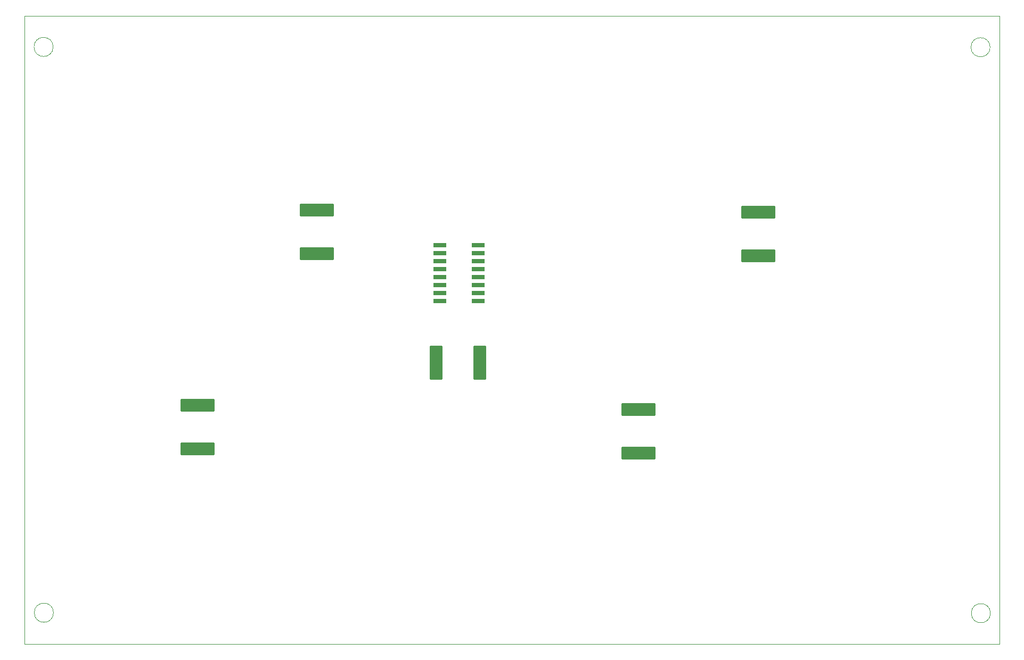
<source format=gbr>
%TF.GenerationSoftware,KiCad,Pcbnew,6.0.2+dfsg-1*%
%TF.CreationDate,2023-03-05T21:27:33-05:00*%
%TF.ProjectId,BFUSB_HUB,42465553-425f-4485-9542-2e6b69636164,rev?*%
%TF.SameCoordinates,Original*%
%TF.FileFunction,Paste,Bot*%
%TF.FilePolarity,Positive*%
%FSLAX46Y46*%
G04 Gerber Fmt 4.6, Leading zero omitted, Abs format (unit mm)*
G04 Created by KiCad (PCBNEW 6.0.2+dfsg-1) date 2023-03-05 21:27:33*
%MOMM*%
%LPD*%
G01*
G04 APERTURE LIST*
G04 Aperture macros list*
%AMRoundRect*
0 Rectangle with rounded corners*
0 $1 Rounding radius*
0 $2 $3 $4 $5 $6 $7 $8 $9 X,Y pos of 4 corners*
0 Add a 4 corners polygon primitive as box body*
4,1,4,$2,$3,$4,$5,$6,$7,$8,$9,$2,$3,0*
0 Add four circle primitives for the rounded corners*
1,1,$1+$1,$2,$3*
1,1,$1+$1,$4,$5*
1,1,$1+$1,$6,$7*
1,1,$1+$1,$8,$9*
0 Add four rect primitives between the rounded corners*
20,1,$1+$1,$2,$3,$4,$5,0*
20,1,$1+$1,$4,$5,$6,$7,0*
20,1,$1+$1,$6,$7,$8,$9,0*
20,1,$1+$1,$8,$9,$2,$3,0*%
G04 Aperture macros list end*
%TA.AperFunction,Profile*%
%ADD10C,0.100000*%
%TD*%
%ADD11RoundRect,0.250001X-2.474999X0.799999X-2.474999X-0.799999X2.474999X-0.799999X2.474999X0.799999X0*%
%ADD12RoundRect,0.250001X-0.799999X-2.474999X0.799999X-2.474999X0.799999X2.474999X-0.799999X2.474999X0*%
%ADD13RoundRect,0.250001X2.474999X-0.799999X2.474999X0.799999X-2.474999X0.799999X-2.474999X-0.799999X0*%
%ADD14R,2.032000X0.660400*%
G04 APERTURE END LIST*
D10*
X75676843Y-108350000D02*
G75*
G03*
X75676843Y-108350000I-1526843J0D01*
G01*
X224648975Y-108425000D02*
G75*
G03*
X224648975Y-108425000I-1523975J0D01*
G01*
X224595691Y-18325000D02*
G75*
G03*
X224595691Y-18325000I-1520691J0D01*
G01*
X75620691Y-18275000D02*
G75*
G03*
X75620691Y-18275000I-1520691J0D01*
G01*
X71100000Y-13325000D02*
X226100000Y-13325000D01*
X226100000Y-13325000D02*
X226100000Y-113325000D01*
X226100000Y-113325000D02*
X71100000Y-113325000D01*
X71100000Y-113325000D02*
X71100000Y-13325000D01*
D11*
%TO.C,F4*%
X187725000Y-44575000D03*
X187725000Y-51525000D03*
%TD*%
D12*
%TO.C,F2*%
X136500000Y-68550000D03*
X143450000Y-68550000D03*
%TD*%
D11*
%TO.C,F3*%
X117575000Y-44250000D03*
X117575000Y-51200000D03*
%TD*%
D13*
%TO.C,F6*%
X98575000Y-82300000D03*
X98575000Y-75350000D03*
%TD*%
%TO.C,F5*%
X168675000Y-82950000D03*
X168675000Y-76000000D03*
%TD*%
D14*
%TO.C,U1*%
X137076600Y-58720000D03*
X137076600Y-57450000D03*
X137076600Y-56180000D03*
X137076600Y-54910000D03*
X137076600Y-53640000D03*
X137076600Y-52370000D03*
X137076600Y-51100000D03*
X137076600Y-49830000D03*
X143223400Y-49830000D03*
X143223400Y-51100000D03*
X143223400Y-52370000D03*
X143223400Y-53640000D03*
X143223400Y-54910000D03*
X143223400Y-56180000D03*
X143223400Y-57450000D03*
X143223400Y-58720000D03*
%TD*%
M02*

</source>
